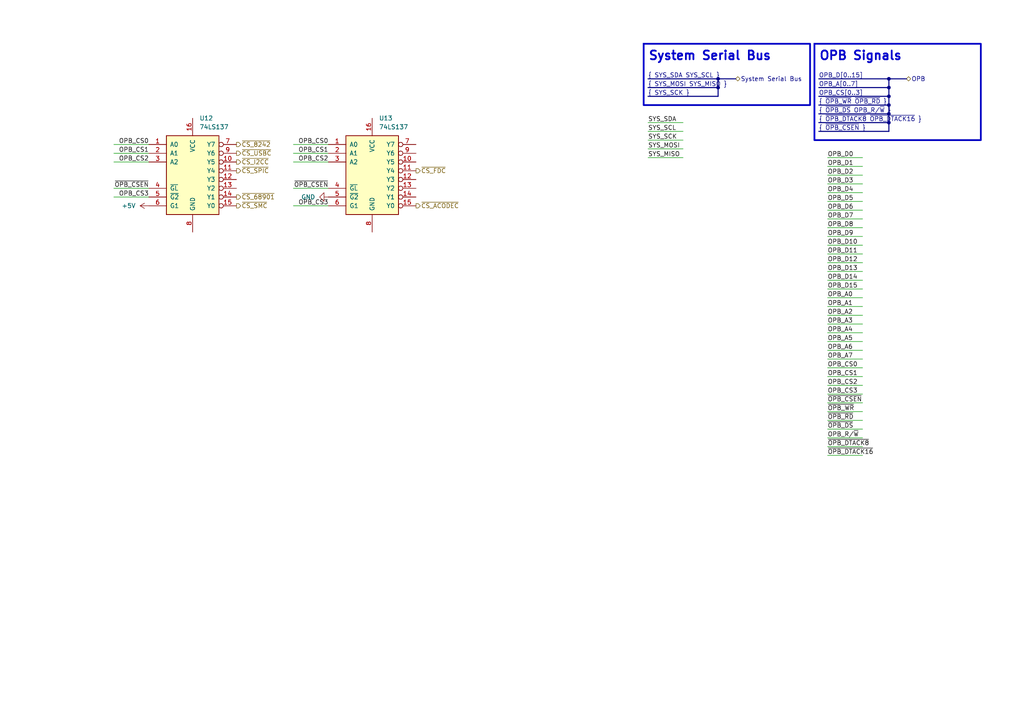
<source format=kicad_sch>
(kicad_sch (version 20230121) (generator eeschema)
  (paper "A4")
  (lib_symbols
    (symbol "74xx:74LS137" (pin_names (offset 1.016))
      (property "Reference" "U" (at -7.62 11.43 0))
      (property "Value" "74LS137" (at -7.62 -13.97 0))
      (symbol "74LS137_1_0"
        (pin input line (at -12.7 7.62 0) (length 5.08) (name "A0") (number "1"))
        (pin output inverted (at 12.7 2.54 180) (length 5.08) (name "Y5") (number "10"))
        (pin output inverted (at 12.7 0 180) (length 5.08) (name "Y4") (number "11"))
        (pin output inverted (at 12.7 -2.54 180) (length 5.08) (name "Y3") (number "12"))
        (pin output inverted (at 12.7 -5.08 180) (length 5.08) (name "Y2") (number "13"))
        (pin output inverted (at 12.7 -7.62 180) (length 5.08) (name "Y1") (number "14"))
        (pin output inverted (at 12.7 -10.16 180) (length 5.08) (name "Y0") (number "15"))
        (pin power_in line (at 0 15.24 270) (length 5.08) (name "VCC") (number "16"))
        (pin input line (at -12.7 5.08 0) (length 5.08) (name "A1") (number "2"))
        (pin input line (at -12.7 2.54 0) (length 5.08) (name "A2") (number "3"))
        (pin input line (at -12.7 -5.08 0) (length 5.08) (name "~{GL}") (number "4"))
        (pin input line (at -12.7 -7.62 0) (length 5.08) (name "~{G2}") (number "5"))
        (pin input line (at -12.7 -10.16 0) (length 5.08) (name "G1") (number "6"))
        (pin output inverted (at 12.7 7.62 180) (length 5.08) (name "Y7") (number "7"))
        (pin power_in line (at 0 -17.78 90) (length 5.08) (name "GND") (number "8"))
        (pin output inverted (at 12.7 5.08 180) (length 5.08) (name "Y6") (number "9"))
      )
      (symbol "74LS137_1_1"
        (rectangle (start -7.62 10.16) (end 7.62 -12.7) (stroke (width 0.254)) (fill (type background)))
      )
    )
    (symbol "power:+5V" (power) (pin_names (offset 0))
      (property "Value" "+5V" (at 0 3.556 0))
      (symbol "+5V_0_1"
        (polyline (pts (xy -0.762 1.27) (xy 0 2.54)))
        (polyline (pts (xy 0 0) (xy 0 2.54)))
        (polyline (pts (xy 0 2.54) (xy 0.762 1.27)))
      )
      (symbol "+5V_1_1"
        (pin power_in line (at 0 0 90) (length 0) hide (name "+5V") (number "1"))
      )
    )
    (symbol "power:GND" (power) (pin_names (offset 0))
      (property "Value" "GND" (at 0 -3.81 0))
      (symbol "GND_0_1"
        (polyline (pts (xy 0 0) (xy 0 -1.27) (xy 1.27 -1.27) (xy 0 -2.54) (xy -1.27 -1.27) (xy 0 -1.27)))
      )
      (symbol "GND_1_1"
        (pin power_in line (at 0 0 270) (length 0) hide (name "GND") (number "1"))
      )
    )
  )
  (junction (at 208.28 25.4))
  (junction (at 257.81 33.02))
  (junction (at 257.81 35.56))
  (junction (at 257.81 27.94))
  (junction (at 257.81 22.86))
  (junction (at 257.81 25.4))
  (junction (at 208.28 22.86))
  (junction (at 257.81 30.48))
  (wire (pts (xy 187.96 35.56) (xy 198.12 35.56)))
  (wire (pts (xy 95.25 59.69) (xy 85.09 59.69)))
  (bus (pts (xy 187.96 27.94) (xy 208.28 27.94)))
  (wire (pts (xy 250.19 71.12) (xy 240.03 71.12)))
  (wire (pts (xy 250.19 81.28) (xy 240.03 81.28)))
  (wire (pts (xy 250.19 48.26) (xy 240.03 48.26)))
  (wire (pts (xy 250.19 53.34) (xy 240.03 53.34)))
  (wire (pts (xy 250.19 109.22) (xy 240.03 109.22)))
  (bus (pts (xy 208.28 22.86) (xy 213.36 22.86)))
  (bus (pts (xy 237.49 25.4) (xy 257.81 25.4)))
  (wire (pts (xy 187.96 38.1) (xy 198.12 38.1)))
  (wire (pts (xy 250.19 111.76) (xy 240.03 111.76)))
  (bus (pts (xy 257.81 38.1) (xy 257.81 35.56)))
  (wire (pts (xy 250.19 114.3) (xy 240.03 114.3)))
  (wire (pts (xy 250.19 83.82) (xy 240.03 83.82)))
  (wire (pts (xy 33.02 46.99) (xy 43.18 46.99)))
  (wire (pts (xy 250.19 73.66) (xy 240.03 73.66)))
  (bus (pts (xy 257.81 25.4) (xy 257.81 22.86)))
  (bus (pts (xy 187.96 22.86) (xy 208.28 22.86)))
  (wire (pts (xy 250.19 124.46) (xy 240.03 124.46)))
  (wire (pts (xy 250.19 104.14) (xy 240.03 104.14)))
  (bus (pts (xy 187.96 25.4) (xy 208.28 25.4)))
  (wire (pts (xy 250.19 116.84) (xy 240.03 116.84)))
  (bus (pts (xy 208.28 22.86) (xy 208.28 25.4)))
  (wire (pts (xy 250.19 86.36) (xy 240.03 86.36)))
  (wire (pts (xy 250.19 99.06) (xy 240.03 99.06)))
  (wire (pts (xy 250.19 119.38) (xy 240.03 119.38)))
  (wire (pts (xy 187.96 43.18) (xy 198.12 43.18)))
  (wire (pts (xy 250.19 88.9) (xy 240.03 88.9)))
  (wire (pts (xy 250.19 58.42) (xy 240.03 58.42)))
  (wire (pts (xy 187.96 40.64) (xy 198.12 40.64)))
  (bus (pts (xy 237.49 35.56) (xy 257.81 35.56)))
  (wire (pts (xy 250.19 106.68) (xy 240.03 106.68)))
  (wire (pts (xy 250.19 91.44) (xy 240.03 91.44)))
  (wire (pts (xy 250.19 96.52) (xy 240.03 96.52)))
  (bus (pts (xy 257.81 35.56) (xy 257.81 33.02)))
  (wire (pts (xy 250.19 68.58) (xy 240.03 68.58)))
  (wire (pts (xy 250.19 129.54) (xy 240.03 129.54)))
  (bus (pts (xy 237.49 22.86) (xy 257.81 22.86)))
  (wire (pts (xy 250.19 78.74) (xy 240.03 78.74)))
  (wire (pts (xy 250.19 132.08) (xy 240.03 132.08)))
  (wire (pts (xy 250.19 55.88) (xy 240.03 55.88)))
  (wire (pts (xy 33.02 54.61) (xy 43.18 54.61)))
  (wire (pts (xy 33.02 44.45) (xy 43.18 44.45)))
  (bus (pts (xy 237.49 38.1) (xy 257.81 38.1)))
  (wire (pts (xy 250.19 76.2) (xy 240.03 76.2)))
  (wire (pts (xy 250.19 93.98) (xy 240.03 93.98)))
  (bus (pts (xy 237.49 27.94) (xy 257.81 27.94)))
  (wire (pts (xy 33.02 41.91) (xy 43.18 41.91)))
  (wire (pts (xy 250.19 60.96) (xy 240.03 60.96)))
  (bus (pts (xy 257.81 33.02) (xy 257.81 30.48)))
  (wire (pts (xy 85.09 46.99) (xy 95.25 46.99)))
  (bus (pts (xy 257.81 22.86) (xy 262.89 22.86)))
  (wire (pts (xy 250.19 127) (xy 240.03 127)))
  (bus (pts (xy 237.49 33.02) (xy 257.81 33.02)))
  (bus (pts (xy 257.81 27.94) (xy 257.81 25.4)))
  (wire (pts (xy 250.19 66.04) (xy 240.03 66.04)))
  (wire (pts (xy 85.09 54.61) (xy 95.25 54.61)))
  (wire (pts (xy 187.96 45.72) (xy 198.12 45.72)))
  (wire (pts (xy 43.18 57.15) (xy 33.02 57.15)))
  (wire (pts (xy 85.09 44.45) (xy 95.25 44.45)))
  (bus (pts (xy 257.81 30.48) (xy 257.81 27.94)))
  (wire (pts (xy 250.19 101.6) (xy 240.03 101.6)))
  (bus (pts (xy 208.28 25.4) (xy 208.28 27.94)))
  (wire (pts (xy 250.19 45.72) (xy 240.03 45.72)))
  (bus (pts (xy 237.49 30.48) (xy 257.81 30.48)))
  (wire (pts (xy 250.19 121.92) (xy 240.03 121.92)))
  (wire (pts (xy 85.09 41.91) (xy 95.25 41.91)))
  (wire (pts (xy 250.19 63.5) (xy 240.03 63.5)))
  (wire (pts (xy 250.19 50.8) (xy 240.03 50.8)))
  (rectangle (start 186.69 12.7) (end 234.95 30.48) (stroke (width 0.508)))
  (rectangle (start 236.22 12.7) (end 284.48 40.64) (stroke (width 0.508)))
  (text "OPB Signals" (at 237.49 17.78 0) (effects (font (size 2.54 2.54) (thickness 0.508) bold) (justify left bottom)))
  (text "System Serial Bus" (at 187.96 17.78 0) (effects (font (size 2.54 2.54) (thickness 0.508) bold) (justify left bottom)))
  (label "{ ~{OPB_CSEN} }" (at 237.49 38.1 0))
  (label "OPB_CS[0..3]" (at 237.49 27.94 0))
  (label "OPB_A4" (at 240.03 96.52 0))
  (label "OPB_D14" (at 240.03 81.28 0))
  (label "OPB_CS0" (at 95.25 41.91 180))
  (label "OPB_A0" (at 240.03 86.36 0))
  (label "OPB_CS1" (at 240.03 109.22 0))
  (label "OPB_R{slash}~{W}" (at 240.03 127 0))
  (label "{ SYS_SDA SYS_SCL }" (at 187.96 22.86 0))
  (label "OPB_CS3" (at 43.18 57.15 180))
  (label "OPB_D13" (at 240.03 78.74 0))
  (label "OPB_D9" (at 240.03 68.58 0))
  (label "OPB_A1" (at 240.03 88.9 0))
  (label "OPB_CS3" (at 240.03 114.3 0))
  (label "OPB_A7" (at 240.03 104.14 0))
  (label "{ ~{OPB_WR} ~{OPB_RD} }" (at 237.49 30.48 0))
  (label "OPB_D1" (at 240.03 48.26 0))
  (label "~{OPB_CSEN}" (at 240.03 116.84 0))
  (label "OPB_CS2" (at 95.25 46.99 180))
  (label "OPB_D3" (at 240.03 53.34 0))
  (label "OPB_A6" (at 240.03 101.6 0))
  (label "~{OPB_RD}" (at 240.03 121.92 0))
  (label "~{OPB_CSEN}" (at 95.25 54.61 180))
  (label "OPB_CS1" (at 95.25 44.45 180))
  (label "SYS_MOSI" (at 187.96 43.18 0))
  (label "~{OPB_CSEN}" (at 43.18 54.61 180))
  (label "OPB_CS0" (at 240.03 106.68 0))
  (label "{ ~{OPB_DTACK8} ~{OPB_DTACK16} }" (at 237.49 35.56 0))
  (label "OPB_D5" (at 240.03 58.42 0))
  (label "OPB_D15" (at 240.03 83.82 0))
  (label "OPB_A3" (at 240.03 93.98 0))
  (label "OPB_CS1" (at 43.18 44.45 180))
  (label "OPB_D10" (at 240.03 71.12 0))
  (label "SYS_SDA" (at 187.96 35.56 0))
  (label "OPB_CS0" (at 43.18 41.91 180))
  (label "OPB_D12" (at 240.03 76.2 0))
  (label "OPB_A[0..7]" (at 237.49 25.4 0))
  (label "OPB_CS3" (at 95.25 59.69 180))
  (label "OPB_D8" (at 240.03 66.04 0))
  (label "OPB_D2" (at 240.03 50.8 0))
  (label "OPB_A2" (at 240.03 91.44 0))
  (label "SYS_SCL" (at 187.96 38.1 0))
  (label "OPB_D[0..15]" (at 237.49 22.86 0))
  (label "~{OPB_DTACK16}" (at 240.03 132.08 0))
  (label "OPB_CS2" (at 43.18 46.99 180))
  (label "SYS_SCK" (at 187.96 40.64 0))
  (label "{ ~{OPB_DS} OPB_R{slash}~{W} }" (at 237.49 33.02 0))
  (label "{ SYS_SCK }" (at 187.96 27.94 0))
  (label "OPB_D0" (at 240.03 45.72 0))
  (label "OPB_D11" (at 240.03 73.66 0))
  (label "OPB_D7" (at 240.03 63.5 0))
  (label "OPB_D6" (at 240.03 60.96 0))
  (label "OPB_A5" (at 240.03 99.06 0))
  (label "SYS_MISO" (at 187.96 45.72 0))
  (label "{ SYS_MOSI SYS_MISO }" (at 187.96 25.4 0))
  (label "OPB_D4" (at 240.03 55.88 0))
  (label "~{OPB_DTACK8}" (at 240.03 129.54 0))
  (label "OPB_CS2" (at 240.03 111.76 0))
  (label "~{OPB_DS}" (at 240.03 124.46 0))
  (label "~{OPB_WR}" (at 240.03 119.38 0))
  (hierarchical_label "~{CS_SPIC}" (shape output) (at 68.58 49.53 0))
  (hierarchical_label "~{CS_68901}" (shape output) (at 68.58 57.15 0))
  (hierarchical_label "~{CS_FDC}" (shape output) (at 120.65 49.53 0))
  (hierarchical_label "~{CS_SMC}" (shape output) (at 68.58 59.69 0))
  (hierarchical_label "~{CS_8242}" (shape output) (at 68.58 41.91 0))
  (hierarchical_label "~{CS_USBC}" (shape output) (at 68.58 44.45 0))
  (hierarchical_label "System Serial Bus" (shape bidirectional) (at 213.36 22.86 0))
  (hierarchical_label "OPB" (shape bidirectional) (at 262.89 22.86 0))
  (hierarchical_label "~{CS_I2CC}" (shape output) (at 68.58 46.99 0))
  (hierarchical_label "~{CS_ACODEC}" (shape output) (at 120.65 59.69 0))
  (symbol (lib_id "power:GND") (at 95.25 57.15 270) (unit 1)
    (property "Reference" "#PWR090" (effects hide))
    (property "Value" "GND" (at 91.44 57.15 90) (effects (justify right)))
  )
  (symbol (lib_id "74xx:74LS137") (at 55.88 49.53 0) (unit 1)
    (property "Reference" "U12" (at 57.8359 34.29 0) (effects (justify left)))
    (property "Value" "74LS137" (at 57.8359 36.83 0) (effects (justify left)))
    (property "Footprint" "Package_SO:SOIC-16_3.9x9.9mm_P1.27mm" (effects hide))
    (property "Datasheet" "http://www.ti.com/lit/gpn/sn74LS137" (effects hide))
  )
  (symbol (lib_id "74xx:74LS137") (at 107.95 49.53 0) (unit 1)
    (property "Reference" "U13" (at 109.9059 34.29 0) (effects (justify left)))
    (property "Value" "74LS137" (at 109.9059 36.83 0) (effects (justify left)))
    (property "Footprint" "Package_SO:SOIC-16_3.9x9.9mm_P1.27mm" (effects hide))
    (property "Datasheet" "http://www.ti.com/lit/gpn/sn74LS137" (effects hide))
  )
  (symbol (lib_id "power:+5V") (at 43.18 59.69 90) (unit 1)
    (property "Reference" "#PWR091" (effects hide))
    (property "Value" "+5V" (at 39.37 59.69 90) (effects (justify left)))
  )
)
</source>
